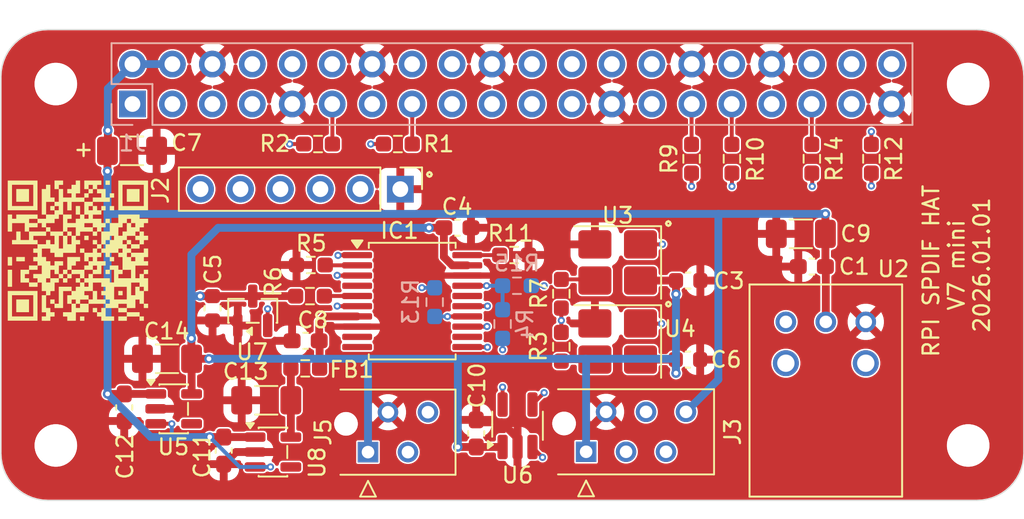
<source format=kicad_pcb>
(kicad_pcb (version 20241229) (generator "pcbnew") (generator_version "9.0")
  (title_block (date "2025-12-20"))
  (layers (0 "F.Cu" signal) (4 "In1.Cu" signal) (6 "In2.Cu" signal) (2 "B.Cu" signal) (13 "F.Paste" user) (15 "B.Paste" user) (5 "F.SilkS" user "F.Silkscreen") (7 "B.SilkS" user "B.Silkscreen") (1 "F.Mask" user) (3 "B.Mask" user) (25 "Edge.Cuts" user))
  (net 0 "")
  (net 1 "GND")
  (net 2 "/GPIO2{slash}SDA1")
  (net 3 "/GPIO3{slash}SCL1")
  (net 4 "/GPIO4{slash}GPCLK0")
  (net 5 "/GPIO14{slash}TXD0")
  (net 6 "/GPIO15{slash}RXD0")
  (net 7 "/GPIO17")
  (net 8 "/GPIO18{slash}PCM.CLK")
  (net 9 "/GPIO27")
  (net 10 "/GPIO22")
  (net 11 "/GPIO23")
  (net 12 "/GPIO26")
  (net 13 "/GPIO24")
  (net 14 "/GPIO10{slash}SPI0.MOSI")
  (net 15 "/GPIO9{slash}SPI0.MISO")
  (net 16 "/GPIO25")
  (net 17 "/GPIO11{slash}SPI0.SCLK")
  (net 18 "/GPIO8{slash}SPI0.CE0")
  (net 19 "/GPIO7{slash}SPI0.CE1")
  (net 20 "/ID_SDA")
  (net 21 "/ID_SCL")
  (net 22 "/GPIO5")
  (net 23 "/GPIO6")
  (net 24 "/GPIO12{slash}PWM0")
  (net 25 "/GPIO13{slash}PWM1")
  (net 26 "/GPIO19{slash}PCM.FS")
  (net 27 "/GPIO16")
  (net 28 "/GPIO20{slash}PCM.DIN")
  (net 29 "/GPIO21{slash}PCM.DOUT")
  (net 30 "+5V")
  (net 31 "+3V3")
  (net 32 "Net-(IC1-XIN)")
  (net 35 "Net-(IC1-GPO0{slash}SWIFMODE)")
  (net 36 "Net-(IC1-CSB{slash}GPO1)")
  (net 37 "Net-(IC1-RESETB)")
  (net 41 "Net-(IC1-RX0)")
  (net 42 "/IRIN")
  (net 43 "Net-(IC1-PVDD)")
  (net 47 "Net-(U4-CLK)")
  (net 48 "Net-(U3-CLK)")
  (net 49 "Net-(U4-INH)")
  (net 50 "Net-(U3-INH)")
  (net 51 "+3.3VP")
  (net 52 "+3.3VA")
  (net 55 "Net-(IC1-DIN)")
  (net 56 "Net-(IC1-BCLK)")
  (net 57 "Net-(IC1-LRCLK)")
  (net 58 "Net-(IC1-TX0)")
  (net 60 "/SPDIF-")
  (net 61 "/SPDIF+")
  (net 63 "Net-(U6-DIN)")
  (net 64 "Net-(U2-VIN)")
  (footprint "Capacitor_SMD:C_1206_3216Metric_Pad1.33x1.80mm_HandSolder" (layer "F.Cu") (at 110.5677 90.983)
    (property "Reference" "C14" (at -0.0267 -1.7526 0) (layer "F.SilkS"))
    (property "Value" "10uF/25V")
    (pad "1" smd roundrect (at -1.5625 0) (size 1.325 1.8) (layers "F.Cu" "F.Mask" "F.Paste") (roundrect_rratio 0.188679) (net 1 "GND"))
    (pad "2" smd roundrect (at 1.5625 0) (size 1.325 1.8) (layers "F.Cu" "F.Mask" "F.Paste") (roundrect_rratio 0.188679) (net 31 "+3V3"))
  )
  (footprint "MountingHole:MountingHole_2.7mm_M2.5" (layer "F.Cu") (at 161.5 73.5)
    (property "Reference" "MH2" (hide yes))
    (property "Value" "MountingHole_2.7mm_M2.5" (hide yes))
    (pad "" np_thru_hole circle (at 0 0) (size 2.7 2.7) (drill 2.7) (layers "*.Cu" "*.Mask"))
  )
  (footprint "Capacitor_SMD:C_1206_3216Metric_Pad1.33x1.80mm_HandSolder" (layer "F.Cu") (at 108.3435 77.7496)
    (property "Reference" "C7" (at 3.4675 -0.508 0) (layer "F.SilkS"))
    (property "Value" "47uF/6.3V")
    (pad "1" smd roundrect (at -1.5625 0) (size 1.325 1.8) (layers "F.Cu" "F.Mask" "F.Paste") (roundrect_rratio 0.188679) (net 30 "+5V"))
    (pad "2" smd roundrect (at 1.5625 0) (size 1.325 1.8) (layers "F.Cu" "F.Mask" "F.Paste") (roundrect_rratio 0.188679) (net 1 "GND"))
  )
  (footprint "Resistor_SMD:R_0603_1608Metric_Pad0.98x0.95mm_HandSolder" (layer "F.Cu") (at 120.1695 77.3178)
    (property "Reference" "R2" (at -2.7451 -0.0254 0) (layer "F.SilkS"))
    (property "Value" "0R")
    (pad "1" smd roundrect (at -0.9125 0) (size 0.975 0.95) (layers "F.Cu" "F.Mask" "F.Paste") (net 42 "/IRIN"))
    (pad "2" smd roundrect (at 0.9125 0) (size 0.975 0.95) (layers "F.Cu" "F.Mask" "F.Paste") (net 7 "/GPIO17"))
  )
  (footprint "Resistor_SMD:R_0603_1608Metric_Pad0.98x0.95mm_HandSolder" (layer "F.Cu") (at 119.6577 86.9952 180)
    (property "Reference" "R6" (at 2.3349 0.9144 90) (layer "F.SilkS"))
    (property "Value" "10k")
    (pad "1" smd roundrect (at -0.9125 0 180) (size 0.975 0.95) (layers "F.Cu" "F.Mask" "F.Paste") (net 36 "Net-(IC1-CSB{slash}GPO1)"))
    (pad "2" smd roundrect (at 0.9125 0 180) (size 0.975 0.95) (layers "F.Cu" "F.Mask" "F.Paste") (net 31 "+3V3"))
  )
  (footprint "Capacitor_SMD:C_0603_1608Metric_Pad1.08x0.95mm_HandSolder" (layer "F.Cu") (at 130.226 95.7339 -90)
    (property "Reference" "C10" (at -3.0441 -0.0508 90) (layer "F.SilkS"))
    (property "Value" "1uF/25V")
    (pad "1" smd roundrect (at -0.8625 0 270) (size 1.075 0.95) (layers "F.Cu" "F.Mask" "F.Paste") (net 1 "GND"))
    (pad "2" smd roundrect (at 0.8625 0 270) (size 1.075 0.95) (layers "F.Cu" "F.Mask" "F.Paste") (net 31 "+3V3"))
  )
  (footprint "Resistor_SMD:R_0603_1608Metric_Pad0.98x0.95mm_HandSolder" (layer "F.Cu") (at 155.3466 78.2557 -90)
    (property "Reference" "R12" (at 0 -1.43 90) (layer "F.SilkS"))
    (property "Value" "33R")
    (pad "1" smd roundrect (at -0.9125 0 270) (size 0.975 0.95) (layers "F.Cu" "F.Mask" "F.Paste") (net 29 "/GPIO21{slash}PCM.DOUT"))
    (pad "2" smd roundrect (at 0.9125 0 270) (size 0.975 0.95) (layers "F.Cu" "F.Mask" "F.Paste") (net 55 "Net-(IC1-DIN)"))
  )
  (footprint "Package_TO_SOT_SMD:SOT-23-5" (layer "F.Cu") (at 117.3029 96.9164)
    (property "Reference" "U8" (at 2.8139 0.6706 90) (layer "F.SilkS"))
    (property "Value" "NCP163ASN330T1G")
    (pad "1" smd roundrect (at -1.1375 -0.95) (size 1.325 0.6) (layers "F.Cu" "F.Mask" "F.Paste") (net 30 "+5V"))
    (pad "2" smd roundrect (at -1.1375 0) (size 1.325 0.6) (layers "F.Cu" "F.Mask" "F.Paste") (net 1 "GND"))
    (pad "3" smd roundrect (at -1.1375 0.95) (size 1.325 0.6) (layers "F.Cu" "F.Mask" "F.Paste") (net 30 "+5V"))
    (pad "4" smd roundrect (at 1.1375 0.95) (size 1.325 0.6) (layers "F.Cu" "F.Mask" "F.Paste"))
    (pad "5" smd roundrect (at 1.1375 -0.95) (size 1.325 0.6) (layers "F.Cu" "F.Mask" "F.Paste") (net 52 "+3.3VA"))
  )
  (footprint "Capacitor_SMD:C_1206_3216Metric_Pad1.33x1.80mm_HandSolder" (layer "F.Cu") (at 150.8631 83.0328 180)
    (property "Reference" "C9" (at -3.4929 0 0) (layer "F.SilkS"))
    (property "Value" "47uF/6.3V")
    (pad "1" smd roundrect (at -1.5625 0 180) (size 1.325 1.8) (layers "F.Cu" "F.Mask" "F.Paste") (roundrect_rratio 0.188679) (net 30 "+5V"))
    (pad "2" smd roundrect (at 1.5625 0 180) (size 1.325 1.8) (layers "F.Cu" "F.Mask" "F.Paste") (roundrect_rratio 0.188679) (net 1 "GND"))
  )
  (footprint "Capacitor_SMD:C_0603_1608Metric_Pad1.08x0.95mm_HandSolder" (layer "F.Cu") (at 107.8486 94.0807 90)
    (property "Reference" "C12" (at -3.1253 0.0508 90) (layer "F.SilkS"))
    (property "Value" "1uF/25V")
    (pad "1" smd roundrect (at -0.8625 0 90) (size 1.075 0.95) (layers "F.Cu" "F.Mask" "F.Paste") (net 1 "GND"))
    (pad "2" smd roundrect (at 0.8625 0 90) (size 1.075 0.95) (layers "F.Cu" "F.Mask" "F.Paste") (net 30 "+5V"))
  )
  (footprint "Resistor_SMD:R_0603_1608Metric_Pad0.98x0.95mm_HandSolder" (layer "F.Cu") (at 132.6371 84.379)
    (property "Reference" "R11" (at -0.2267 -1.3716 0) (layer "F.SilkS"))
    (property "Value" "10k")
    (pad "1" smd roundrect (at -0.9125 0) (size 0.975 0.95) (layers "F.Cu" "F.Mask" "F.Paste") (net 41 "Net-(IC1-RX0)"))
    (pad "2" smd roundrect (at 0.9125 0) (size 0.975 0.95) (layers "F.Cu" "F.Mask" "F.Paste") (net 1 "GND"))
  )
  (footprint "Resistor_SMD:R_0603_1608Metric_Pad0.98x0.95mm_HandSolder" (layer "F.Cu") (at 119.7123 85.014 180)
    (property "Reference" "R5" (at -0.0235 1.3716 0) (layer "F.SilkS"))
    (property "Value" "10k")
    (pad "1" smd roundrect (at -0.9125 0 180) (size 0.975 0.95) (layers "F.Cu" "F.Mask" "F.Paste") (net 35 "Net-(IC1-GPO0{slash}SWIFMODE)"))
    (pad "2" smd roundrect (at 0.9125 0 180) (size 0.975 0.95) (layers "F.Cu" "F.Mask" "F.Paste") (net 1 "GND"))
  )
  (footprint "Resistor_SMD:R_0603_1608Metric_Pad0.98x0.95mm_HandSolder" (layer "F.Cu") (at 143.9166 78.2557 90)
    (property "Reference" "R9" (at 0 -1.43 90) (layer "F.SilkS"))
    (property "Value" "0R")
    (pad "1" smd roundrect (at -0.9125 0 90) (size 0.975 0.95) (layers "F.Cu" "F.Mask" "F.Paste") (net 49 "Net-(U4-INH)"))
    (pad "2" smd roundrect (at 0.9125 0 90) (size 0.975 0.95) (layers "F.Cu" "F.Mask" "F.Paste") (net 22 "/GPIO5"))
  )
  (footprint "Connector_PinHeader_2.54mm:PinHeader_1x06_P2.54mm_Vertical" (layer "F.Cu") (at 125.4 80.188 -90)
    (property "Reference" "J2" (at 0.0762 15.24 90) (layer "F.SilkS"))
    (property "Value" "TTL-232R-3V3")
    (pad "1" thru_hole rect (at 0 0 270) (size 1.7 1.7) (drill 1) (layers "*.Cu" "*.Mask") (net 1 "GND"))
    (pad "2" thru_hole circle (at 0 2.54 270) (size 1.7 1.7) (drill 1) (layers "*.Cu" "*.Mask"))
    (pad "3" thru_hole circle (at 0 5.08 270) (size 1.7 1.7) (drill 1) (layers "*.Cu" "*.Mask"))
    (pad "4" thru_hole circle (at 0 7.62 270) (size 1.7 1.7) (drill 1) (layers "*.Cu" "*.Mask") (net 6 "/GPIO15{slash}RXD0"))
    (pad "5" thru_hole circle (at 0 10.16 270) (size 1.7 1.7) (drill 1) (layers "*.Cu" "*.Mask") (net 5 "/GPIO14{slash}TXD0"))
    (pad "6" thru_hole circle (at 0 12.7 270) (size 1.7 1.7) (drill 1) (layers "*.Cu" "*.Mask"))
  )
  (footprint "Resistor_SMD:R_0603_1608Metric_Pad0.98x0.95mm_HandSolder" (layer "F.Cu") (at 146.482 78.2557 90)
    (property "Reference" "R10" (at -0.0273 1.4986 90) (layer "F.SilkS"))
    (property "Value" "0R")
    (pad "1" smd roundrect (at -0.9125 0 90) (size 0.975 0.95) (layers "F.Cu" "F.Mask" "F.Paste") (net 50 "Net-(U3-INH)"))
    (pad "2" smd roundrect (at 0.9125 0 90) (size 0.975 0.95) (layers "F.Cu" "F.Mask" "F.Paste") (net 23 "/GPIO6"))
  )
  (footprint "MountingHole:MountingHole_2.7mm_M2.5" (layer "F.Cu") (at 103.5 96.5)
    (property "Reference" "MH3" (hide yes))
    (property "Value" "MountingHole_2.7mm_M2.5" (hide yes))
    (pad "" np_thru_hole circle (at 0 0) (size 2.7 2.7) (drill 2.7) (layers "*.Cu" "*.Mask"))
  )
  (footprint "Capacitor_SMD:C_0603_1608Metric_Pad1.08x0.95mm_HandSolder" (layer "F.Cu") (at 114.1732 96.8261 90)
    (property "Reference" "C11" (at -0.3037 -1.3716 90) (layer "F.SilkS"))
    (property "Value" "1uF/25V")
    (pad "1" smd roundrect (at -0.8625 0 90) (size 1.075 0.95) (layers "F.Cu" "F.Mask" "F.Paste") (net 1 "GND"))
    (pad "2" smd roundrect (at 0.8625 0 90) (size 1.075 0.95) (layers "F.Cu" "F.Mask" "F.Paste") (net 30 "+5V"))
  )
  (footprint "Package_TO_SOT_SMD:SOT-23-5" (layer "F.Cu") (at 110.9927 94.1682)
    (property "Reference" "U5" (at -0.0199 2.4282 0) (layer "F.SilkS"))
    (property "Value" "NCP163ASN330T1G")
    (pad "1" smd roundrect (at -1.1375 -0.95) (size 1.325 0.6) (layers "F.Cu" "F.Mask" "F.Paste") (net 30 "+5V"))
    (pad "2" smd roundrect (at -1.1375 0) (size 1.325 0.6) (layers "F.Cu" "F.Mask" "F.Paste") (net 1 "GND"))
    (pad "3" smd roundrect (at -1.1375 0.95) (size 1.325 0.6) (layers "F.Cu" "F.Mask" "F.Paste") (net 30 "+5V"))
    (pad "4" smd roundrect (at 1.1375 0.95) (size 1.325 0.6) (layers "F.Cu" "F.Mask" "F.Paste"))
    (pad "5" smd roundrect (at 1.1375 -0.95) (size 1.325 0.6) (layers "F.Cu" "F.Mask" "F.Paste") (net 31 "+3V3"))
  )
  (footprint "MountingHole:MountingHole_2.7mm_M2.5" (layer "F.Cu") (at 103.5 73.5)
    (property "Reference" "MH1" (hide yes))
    (property "Value" "MountingHole_2.7mm_M2.5" (hide yes))
    (pad "" np_thru_hole circle (at 0 0) (size 2.7 2.7) (drill 2.7) (layers "*.Cu" "*.Mask"))
  )
  (footprint "LOGO" (layer "F.Cu") (at 104.9022 84.0996)
    (property "Reference" "G***" (hide yes))
    (property "Value" "LOGO" (hide yes))
  )
  (footprint "Capacitor_SMD:C_0603_1608Metric" (layer "F.Cu") (at 143.688 91.0338)
    (property "Reference" "C6" (at 2.4254 0 0) (layer "F.SilkS"))
    (property "Value" "1uF/25V")
    (pad "1" smd roundrect (at -0.775 0) (size 0.9 0.95) (layers "F.Cu" "F.Mask" "F.Paste") (net 31 "+3V3"))
    (pad "2" smd roundrect (at 0.775 0) (size 0.9 0.95) (layers "F.Cu" "F.Mask" "F.Paste") (net 1 "GND"))
  )
  (footprint "Capacitor_SMD:C_0603_1608Metric_Pad1.08x0.95mm_HandSolder" (layer "F.Cu") (at 129.0311 82.644045 180)
    (property "Reference" "C4" (at 0.0243 1.338445 180) (layer "F.SilkS"))
    (property "Value" "1uF/25V")
    (pad "1" smd roundrect (at -0.8625 0 180) (size 1.075 0.95) (layers "F.Cu" "F.Mask" "F.Paste") (net 1 "GND"))
    (pad "2" smd roundrect (at 0.8625 0 180) (size 1.075 0.95) (layers "F.Cu" "F.Mask" "F.Paste") (net 31 "+3V3"))
  )
  (footprint "Resistor_SMD:R_0603_1608Metric_Pad0.98x0.95mm_HandSolder" (layer "F.Cu") (at 135.6362 86.8447 90)
    (property "Reference" "R7" (at 0 -1.43 90) (layer "F.SilkS"))
    (property "Value" "33R")
    (pad "1" smd roundrect (at -0.9125 0 90) (size 0.975 0.95) (layers "F.Cu" "F.Mask" "F.Paste") (net 32 "Net-(IC1-XIN)"))
    (pad "2" smd roundrect (at 0.9125 0 90) (size 0.975 0.95) (layers "F.Cu" "F.Mask" "F.Paste") (net 48 "Net-(U3-CLK)"))
  )
  (footprint "Connector_TE-Connectivity:TE_Micro-MaTch_215079-4_2x02_P1.27mm_Vertical" (layer "F.Cu") (at 123.3456 96.9232 90)
    (property "Reference" "J5" (at 1.27 -2.85 90) (layer "F.SilkS"))
    (property "Value" "TE MicroMatch")
    (pad "" np_thru_hole circle (at 1.8 -1.4 90) (size 1.5 1.5) (drill 1.5) (layers "*.Cu" "*.Mask"))
    (pad "1" thru_hole rect (at 0 0 90) (size 1.3 1.3) (drill 0.8) (layers "*.Cu" "*.Mask") (net 31 "+3V3"))
    (pad "2" thru_hole circle (at 2.54 1.27 90) (size 1.3 1.3) (drill 0.8) (layers "*.Cu" "*.Mask") (net 1 "GND"))
    (pad "3" thru_hole circle (at 0 2.54 90) (size 1.3 1.3) (drill 0.8) (layers "*.Cu" "*.Mask") (net 42 "/IRIN"))
    (pad "4" thru_hole circle (at 2.54 3.81 90) (size 1.3 1.3) (drill 0.8) (layers "*.Cu" "*.Mask"))
  )
  (footprint "Package_SO:SSOP-20_5.3x7.2mm_P0.65mm" (layer "F.Cu") (at 126.1568 87.312445)
    (property "Reference" "IC1" (at -0.8076 -4.482845 0) (layer "F.SilkS"))
    (property "Value" "WM8804GEDS_V")
    (pad "1" smd roundrect (at -3.5 -2.925) (size 1.9 0.4) (layers "F.Cu" "F.Mask" "F.Paste") (net 3 "/GPIO3{slash}SCL1"))
    (pad "2" smd roundrect (at -3.5 -2.275) (size 1.9 0.4) (layers "F.Cu" "F.Mask" "F.Paste") (net 35 "Net-(IC1-GPO0{slash}SWIFMODE)"))
    (pad "3" smd roundrect (at -3.5 -1.625) (size 1.9 0.4) (layers "F.Cu" "F.Mask" "F.Paste") (net 2 "/GPIO2{slash}SDA1"))
    (pad "4" smd roundrect (at -3.5 -0.975) (size 1.9 0.4) (layers "F.Cu" "F.Mask" "F.Paste"))
    (pad "5" smd roundrect (at -3.5 -0.325) (size 1.9 0.4) (layers "F.Cu" "F.Mask" "F.Paste") (net 36 "Net-(IC1-CSB{slash}GPO1)"))
    (pad "6" smd roundrect (at -3.5 0.325) (size 1.9 0.4) (layers "F.Cu" "F.Mask" "F.Paste") (net 37 "Net-(IC1-RESETB)"))
    (pad "7" smd roundrect (at -3.5 0.975) (size 1.9 0.4) (layers "F.Cu" "F.Mask" "F.Paste") (net 43 "Net-(IC1-PVDD)"))
    (pad "8" smd roundrect (at -3.5 1.625) (size 1.9 0.4) (layers "F.Cu" "F.Mask" "F.Paste") (net 1 "GND"))
    (pad "9" smd roundrect (at -3.5 2.275) (size 1.9 0.4) (layers "F.Cu" "F.Mask" "F.Paste"))
    (pad "10" smd roundrect (at -3.5 2.925) (size 1.9 0.4) (layers "F.Cu" "F.Mask" "F.Paste"))
    (pad "11" smd roundrect (at 3.5 2.925) (size 1.9 0.4) (layers "F.Cu" "F.Mask" "F.Paste") (net 32 "Net-(IC1-XIN)"))
    (pad "12" smd roundrect (at 3.5 2.275) (size 1.9 0.4) (layers "F.Cu" "F.Mask" "F.Paste"))
    (pad "13" smd roundrect (at 3.5 1.625) (size 1.9 0.4) (layers "F.Cu" "F.Mask" "F.Paste") (net 55 "Net-(IC1-DIN)"))
    (pad "14" smd roundrect (at 3.5 0.975) (size 1.9 0.4) (layers "F.Cu" "F.Mask" "F.Paste") (net 56 "Net-(IC1-BCLK)"))
    (pad "15" smd roundrect (at 3.5 0.325) (size 1.9 0.4) (layers "F.Cu" "F.Mask" "F.Paste") (net 57 "Net-(IC1-LRCLK)"))
    (pad "16" smd roundrect (at 3.5 -0.325) (size 1.9 0.4) (layers "F.Cu" "F.Mask" "F.Paste"))
    (pad "17" smd roundrect (at 3.5 -0.975) (size 1.9 0.4) (layers "F.Cu" "F.Mask" "F.Paste") (net 58 "Net-(IC1-TX0)"))
    (pad "18" smd roundrect (at 3.5 -1.625) (size 1.9 0.4) (layers "F.Cu" "F.Mask" "F.Paste") (net 1 "GND"))
    (pad "19" smd roundrect (at 3.5 -2.275) (size 1.9 0.4) (layers "F.Cu" "F.Mask" "F.Paste") (net 31 "+3V3"))
    (pad "20" smd roundrect (at 3.5 -2.925) (size 1.9 0.4) (layers "F.Cu" "F.Mask" "F.Paste") (net 41 "Net-(IC1-RX0)"))
  )
  (footprint "Capacitor_SMD:C_0603_1608Metric_Pad1.08x0.95mm_HandSolder" (layer "F.Cu") (at 119.3813 89.84)
    (property "Reference" "C8" (at 0.4561 -1.3208 0) (layer "F.SilkS"))
    (property "Value" "1uF/25V")
    (pad "1" smd roundrect (at -0.8625 0) (size 1.075 0.95) (layers "F.Cu" "F.Mask" "F.Paste") (net 1 "GND"))
    (pad "2" smd roundrect (at 0.8625 0) (size 1.075 0.95) (layers "F.Cu" "F.Mask" "F.Paste") (net 43 "Net-(IC1-PVDD)"))
  )
  (footprint "Capacitor_SMD:C_0603_1608Metric" (layer "F.Cu") (at 143.701 86.0046)
    (property "Reference" "C3" (at 2.6032 0.0254 0) (layer "F.SilkS"))
    (property "Value" "1uF/25V")
    (pad "1" smd roundrect (at -0.775 0) (size 0.9 0.95) (layers "F.Cu" "F.Mask" "F.Paste") (net 31 "+3V3"))
    (pad "2" smd roundrect (at 0.775 0) (size 0.9 0.95) (layers "F.Cu" "F.Mask" "F.Paste") (net 1 "GND"))
  )
  (footprint "Resistor_SMD:R_0603_1608Metric_Pad0.98x0.95mm_HandSolder" (layer "F.Cu") (at 151.562 78.2557 -90)
    (property "Reference" "R14" (at 0 -1.43 90) (layer "F.SilkS"))
    (property "Value" "33R")
    (pad "1" smd roundrect (at -0.9125 0 270) (size 0.975 0.95) (layers "F.Cu" "F.Mask" "F.Paste") (net 26 "/GPIO19{slash}PCM.FS"))
    (pad "2" smd roundrect (at 0.9125 0 270) (size 0.975 0.95) (layers "F.Cu" "F.Mask" "F.Paste") (net 57 "Net-(IC1-LRCLK)"))
  )
  (footprint "Package_TO_SOT_SMD:SOT-23" (layer "F.Cu") (at 116.0172 87.9327 90)
    (property "Reference" "U7" (at -2.6185 -0.0406 180) (layer "F.SilkS"))
    (property "Value" "APX809S-31SA-7")
    (pad "1" smd roundrect (at -0.9375 -0.95 90) (size 1.475 0.6) (layers "F.Cu" "F.Mask" "F.Paste") (net 1 "GND"))
    (pad "2" smd roundrect (at -0.9375 0.95 90) (size 1.475 0.6) (layers "F.Cu" "F.Mask" "F.Paste") (net 37 "Net-(IC1-RESETB)"))
    (pad "3" smd roundrect (at 0.9375 0 90) (size 1.475 0.6) (layers "F.Cu" "F.Mask" "F.Paste") (net 31 "+3V3"))
  )
  (footprint "MountingHole:MountingHole_2.7mm_M2.5" (layer "F.Cu") (at 161.5 96.5)
    (property "Reference" "MH4" (hide yes))
    (property "Value" "MountingHole_2.7mm_M2.5" (hide yes))
    (pad "" np_thru_hole circle (at 0 0) (size 2.7 2.7) (drill 2.7) (layers "*.Cu" "*.Mask"))
  )
  (footprint "Capacitor_SMD:C_0603_1608Metric" (layer "F.Cu") (at 113.462 87.7702 -90)
    (property "Reference" "C5" (at -2.4768 -0.0254 90) (layer "F.SilkS"))
    (property "Value" "1uF/25V")
    (pad "1" smd roundrect (at -0.775 0 270) (size 0.9 0.95) (layers "F.Cu" "F.Mask" "F.Paste") (net 31 "+3V3"))
    (pad "2" smd roundrect (at 0.775 0 270) (size 0.9 0.95) (layers "F.Cu" "F.Mask" "F.Paste") (net 1 "GND"))
  )
  (footprint "Resistor_SMD:R_0603_1608Metric_Pad0.98x0.95mm_HandSolder" (layer "F.Cu") (at 135.6362 90.2191 -90)
    (property "Reference" "R3" (at -0.0235 1.4478 90) (layer "F.SilkS"))
    (property "Value" "33R")
    (pad "1" smd roundrect (at -0.9125 0 270) (size 0.975 0.95) (layers "F.Cu" "F.Mask" "F.Paste") (net 32 "Net-(IC1-XIN)"))
    (pad "2" smd roundrect (at 0.9125 0 270) (size 0.975 0.95) (layers "F.Cu" "F.Mask" "F.Paste") (net 47 "Net-(U4-CLK)"))
  )
  (footprint "Crystal:Crystal_SMD_3225-4Pin_3.2x2.5mm_HandSoldering" (layer "F.Cu") (at 139.2198 89.8838 180)
    (property "Reference" "U4" (at -3.9602 0.8058 180) (layer "F.SilkS"))
    (property "Value" "KC3225Z22.5792C15XXK")
    (pad "1" smd roundrect (at -1.45 1.15 180) (size 2.1 1.8) (layers "F.Cu" "F.Mask" "F.Paste") (roundrect_rratio 0.138889) (net 49 "Net-(U4-INH)"))
    (pad "2" smd roundrect (at 1.45 1.15 180) (size 2.1 1.8) (layers "F.Cu" "F.Mask" "F.Paste") (roundrect_rratio 0.138889) (net 1 "GND"))
    (pad "3" smd roundrect (at 1.45 -1.15 180) (size 2.1 1.8) (layers "F.Cu" "F.Mask" "F.Paste") (roundrect_rratio 0.138889) (net 47 "Net-(U4-CLK)"))
    (pad "4" smd roundrect (at -1.45 -1.15 180) (size 2.1 1.8) (layers "F.Cu" "F.Mask" "F.Paste") (roundrect_rratio 0.138889) (net 31 "+3V3"))
  )
  (footprint "Capacitor_SMD:C_0603_1608Metric_Pad1.08x0.95mm_HandSolder" (layer "F.Cu") (at 151.5631 85.1156 180)
    (property "Reference" "C1" (at -2.6913 0 0) (layer "F.SilkS"))
    (property "Value" "1uF/25V")
    (pad "1" smd roundrect (at -0.8625 0 180) (size 1.075 0.95) (layers "F.Cu" "F.Mask" "F.Paste") (net 30 "+5V"))
    (pad "2" smd roundrect (at 0.8625 0 180) (size 1.075 0.95) (layers "F.Cu" "F.Mask" "F.Paste") (net 1 "GND"))
  )
  (footprint "Resistor_SMD:R_0603_1608Metric_Pad0.98x0.95mm_HandSolder" (layer "F.Cu") (at 125.2457 77.3178)
    (property "Reference" "R1" (at 2.5927 0 0) (layer "F.SilkS"))
    (property "Value" "0R")
    (pad "1" smd roundrect (at -0.9125 0) (size 0.975 0.95) (layers "F.Cu" "F.Mask" "F.Paste") (net 42 "/IRIN"))
    (pad "2" smd roundrect (at 0.9125 0) (size 0.975 0.95) (layers "F.Cu" "F.Mask" "F.Paste") (net 10 "/GPIO22"))
  )
  (footprint "Capacitor_SMD:C_1206_3216Metric_Pad1.33x1.80mm_HandSolder" (layer "F.Cu") (at 116.8779 93.6246)
    (property "Reference" "C13" (at -1.3077 -1.8288 0) (layer "F.SilkS"))
    (property "Value" "10uF/25V")
    (pad "1" smd roundrect (at -1.5625 0) (size 1.325 1.8) (layers "F.Cu" "F.Mask" "F.Paste") (roundrect_rratio 0.188679) (net 1 "GND"))
    (pad "2" smd roundrect (at 1.5625 0) (size 1.325 1.8) (layers "F.Cu" "F.Mask" "F.Paste") (roundrect_rratio 0.188679) (net 52 "+3.3VA"))
  )
  (footprint "Package_TO_SOT_SMD:SOT-23-5_HandSoldering" (layer "F.Cu") (at 132.8524 95.2464 90)
    (property "Reference" "U6" (at -3.1432 0 180) (layer "F.SilkS"))
    (property "Value" "FIN1001")
    (pad "1" smd roundrect (at -1.35 -0.95 90) (size 1.56 0.65) (layers "F.Cu" "F.Mask" "F.Paste") (net 31 "+3V3"))
    (pad "2" smd roundrect (at -1.35 0 90) (size 1.56 0.65) (layers "F.Cu" "F.Mask" "F.Paste") (net 1 "GND"))
    (pad "3" smd roundrect (at -1.35 0.95 90) (size 1.56 0.65) (layers "F.Cu" "F.Mask" "F.Paste") (net 60 "/SPDIF-"))
    (pad "4" smd roundrect (at 1.35 0.95 90) (size 1.56 0.65) (layers "F.Cu" "F.Mask" "F.Paste") (net 61 "/SPDIF+"))
    (pad "5" smd roundrect (at 1.35 -0.95 90) (size 1.56 0.65) (layers "F.Cu" "F.Mask" "F.Paste") (net 63 "Net-(U6-DIN)"))
  )
  (footprint "Crystal:Crystal_SMD_3225-4Pin_3.2x2.5mm_HandSoldering" (layer "F.Cu") (at 139.2198 84.8546 180)
    (property "Reference" "U3" (at 0.0022 2.9902 180) (layer "F.SilkS"))
    (property "Value" "KC3225Z24.5760C1KX00")
    (pad "1" smd roundrect (at -1.45 1.15 180) (size 2.1 1.8) (layers "F.Cu" "F.Mask" "F.Paste") (roundrect_rratio 0.138889) (net 50 "Net-(U3-INH)"))
    (pad "2" smd roundrect (at 1.45 1.15 180) (size 2.1 1.8) (layers "F.Cu" "F.Mask" "F.Paste") (roundrect_rratio 0.138889) (net 1 "GND"))
    (pad "3" smd roundrect (at 1.45 -1.15 180) (size 2.1 1.8) (layers "F.Cu" "F.Mask" "F.Paste") (roundrect_rratio 0.138889) (net 48 "Net-(U3-CLK)"))
    (pad "4" smd roundrect (at -1.45 -1.15 180) (size 2.1 1.8) (layers "F.Cu" "F.Mask" "F.Paste") (roundrect_rratio 0.138889) (net 31 "+3V3"))
  )
  (footprint "Connector_TE-Connectivity:TE_Micro-MaTch_215079-6_2x03_P1.27mm_Vertical" (layer "F.Cu") (at 137.211 96.9012 90)
    (property "Reference" "J3" (at 1.27 9.3218 90) (layer "F.SilkS"))
    (property "Value" "TE MicroMatch")
    (pad "" np_thru_hole circle (at 1.8 -1.4 90) (size 1.5 1.5) (drill 1.5) (layers "*.Cu" "*.Mask"))
    (pad "1" thru_hole rect (at 0 0 90) (size 1.3 1.3) (drill 0.8) (layers "*.Cu" "*.Mask") (net 31 "+3V3"))
    (pad "2" thru_hole circle (at 2.54 1.27 90) (size 1.3 1.3) (drill 0.8) (layers "*.Cu" "*.Mask") (net 1 "GND"))
    (pad "3" thru_hole circle (at 0 2.54 90) (size 1.3 1.3) (drill 0.8) (layers "*.Cu" "*.Mask") (net 60 "/SPDIF-"))
    (pad "4" thru_hole circle (at 2.54 3.81 90) (size 1.3 1.3) (drill 0.8) (layers "*.Cu" "*.Mask") (net 61 "/SPDIF+"))
    (pad "5" thru_hole circle (at 0 5.08 90) (size 1.3 1.3) (drill 0.8) (layers "*.Cu" "*.Mask"))
    (pad "6" thru_hole circle (at 2.54 6.35 90) (size 1.3 1.3) (drill 0.8) (layers "*.Cu" "*.Mask") (net 30 "+5V"))
  )
  (footprint "kicad-snk:PLR135-T10_PLT133-T10W" (layer "F.Cu") (at 152.451 91.265 180)
    (property "Reference" "U2" (at -4.2926 5.997 0) (layer "F.SilkS"))
    (property "Value" "PLT237/T10WH")
    (pad "1" thru_hole circle (at 2.54 2.63 180) (size 1.308 1.308) (drill 0.8) (layers "*.Cu" "*.Mask") (net 64 "Net-(U2-VIN)"))
    (pad "2" thru_hole circle (at 0 2.63 180) (size 1.308 1.308) (drill 0.8) (layers "*.Cu" "*.Mask") (net 30 "+5V"))
    (pad "3" thru_hole circle (at -2.54 2.63 180) (size 1.308 1.308) (drill 0.8) (layers "*.Cu" "*.Mask") (net 1 "GND"))
    (pad "NC1" thru_hole circle (at 2.54 0 180) (size 1.65 1.65) (drill 1.1) (layers "*.Cu" "*.Mask"))
    (pad "NC2" thru_hole circle (at -2.54 0 180) (size 1.65 1.65) (drill 1.1) (layers "*.Cu" "*.Mask"))
  )
  (footprint "Resistor_SMD:R_0603_1608Metric_Pad0.98x0.95mm_HandSolder" (layer "F.Cu") (at 119.3567 91.5926 180)
    (property "Reference" "FB1" (at -2.9445 -0.0762 0) (layer "F.SilkS"))
    (property "Value" "1k@100MHz")
    (pad "1" smd roundrect (at -0.9125 0 180) (size 0.975 0.95) (layers "F.Cu" "F.Mask" "F.Paste") (net 43 "Net-(IC1-PVDD)"))
    (pad "2" smd roundrect (at 0.9125 0 180) (size 0.975 0.95) (layers "F.Cu" "F.Mask" "F.Paste") (net 52 "+3.3VA"))
  )
  (footprint "Connector_PinSocket_2.54mm:PinSocket_2x20_P2.54mm_Vertical" (layer "B.Cu") (at 108.37 74.77 -90)
    (property "Reference" "J1" (at 2.5 0 0) (layer "B.SilkS") (effects (justify mirror)))
    (property "Value" "GPIO")
    (pad "1" thru_hole rect (at 0 0 270) (size 1.7 1.7) (drill 1) (layers "*.Cu" "*.Mask") (net 51 "+3.3VP"))
    (pad "2" thru_hole circle (at -2.54 0 270) (size 1.7 1.7) (drill 1) (layers "*.Cu" "*.Mask") (net 30 "+5V"))
    (pad "3" thru_hole circle (at 0 -2.54 270) (size 1.7 1.7) (drill 1) (layers "*.Cu" "*.Mask") (net 2 "/GPIO2{slash}SDA1"))
    (pad "4" thru_hole circle (at -2.54 -2.54 270) (size 1.7 1.7) (drill 1) (layers "*.Cu" "*.Mask") (net 30 "+5V"))
    (pad "5" thru_hole circle (at 0 -5.08 270) (size 1.7 1.7) (drill 1) (layers "*.Cu" "*.Mask") (net 3 "/GPIO3{slash}SCL1"))
    (pad "6" thru_hole circle (at -2.54 -5.08 270) (size 1.7 1.7) (drill 1) (layers "*.Cu" "*.Mask") (net 1 "GND"))
    (pad "7" thru_hole circle (at 0 -7.62 270) (size 1.7 1.7) (drill 1) (layers "*.Cu" "*.Mask") (net 4 "/GPIO4{slash}GPCLK0"))
    (pad "8" thru_hole circle (at -2.54 -7.62 270) (size 1.7 1.7) (drill 1) (layers "*.Cu" "*.Mask") (net 5 "/GPIO14{slash}TXD0"))
    (pad "9" thru_hole circle (at 0 -10.16 270) (size 1.7 1.7) (drill 1) (layers "*.Cu" "*.Mask") (net 1 "GND"))
    (pad "10" thru_hole circle (at -2.54 -10.16 270) (size 1.7 1.7) (drill 1) (layers "*.Cu" "*.Mask") (net 6 "/GPIO15{slash}RXD0"))
    (pad "11" thru_hole circle (at 0 -12.7 270) (size 1.7 1.7) (drill 1) (layers "*.Cu" "*.Mask") (net 7 "/GPIO17"))
    (pad "12" thru_hole circle (at -2.54 -12.7 270) (size 1.7 1.7) (drill 1) (layers "*.Cu" "*.Mask") (net 8 "/GPIO18{slash}PCM.CLK"))
    (pad "13" thru_hole circle (at 0 -15.24 270) (size 1.7 1.7) (drill 1) (layers "*.Cu" "*.Mask") (net 9 "/GPIO27"))
    (pad "14" thru_hole circle (at -2.54 -15.24 270) (size 1.7 1.7) (drill 1) (layers "*.Cu" "*.Mask") (net 1 "GND"))
    (pad "15" thru_hole circle (at 0 -17.78 270) (size 1.7 1.7) (drill 1) (layers "*.Cu" "*.Mask") (net 10 "/GPIO22"))
    (pad "16" thru_hole circle (at -2.54 -17.78 270) (size 1.7 1.7) (drill 1) (layers "*.Cu" "*.Mask") (net 11 "/GPIO23"))
    (pad "17" thru_hole circle (at 0 -20.32 270) (size 1.7 1.7) (drill 1) (layers "*.Cu" "*.Mask") (net 51 "+3.3VP"))
    (pad "18" thru_hole circle (at -2.54 -20.32 270) (size 1.7 1.7) (drill 1) (layers "*.Cu" "*.Mask") (net 13 "/GPIO24"))
    (pad "19" thru_hole circle (at 0 -22.86 270) (size 1.7 1.7) (drill 1) (layers "*.Cu" "*.Mask") (net 14 "/GPIO10{slash}SPI0.MOSI"))
    (pad "20" thru_hole circle (at -2.54 -22.86 270) (size 1.7 1.7) (drill 1) (layers "*.Cu" "*.Mask") (net 1 "GND"))
    (pad "21" thru_hole circle (at 0 -25.4 270) (size 1.7 1.7) (drill 1) (layers "*.Cu" "*.Mask") (net 15 "/GPIO9{slash}SPI0.MISO"))
    (pad "22" thru_hole circle (at -2.54 -25.4 270) (size 1.7 1.7) (drill 1) (layers "*.Cu" "*.Mask") (net 16 "/GPIO25"))
    (pad "23" thru_hole circle (at 0 -27.94 270) (size 1.7 1.7) (drill 1) (layers "*.Cu" "*.Mask") (net 17 "/GPIO11{slash}SPI0.SCLK"))
    (pad "24" thru_hole circle (at -2.54 -27.94 270) (size 1.7 1.7) (drill 1) (layers "*.Cu" "*.Mask") (net 18 "/GPIO8{slash}SPI0.CE0"))
    (pad "25" thru_hole circle (at 0 -30.48 270) (size 1.7 1.7) (drill 1) (layers "*.Cu" "*.Mask") (net 1 "GND"))
    (pad "26" thru_hole circle (at -2.54 -30.48 270) (size 1.7 1.7) (drill 1) (layers "*.Cu" "*.Mask") (net 19 "/GPIO7{slash}SPI0.CE1"))
    (pad "27" thru_hole circle (at 0 -33.02 270) (size 1.7 1.7) (drill 1) (layers "*.Cu" "*.Mask") (net 20 "/ID_SDA"))
    (pad "28" thru_hole circle (at -2.54 -33.02 270) (size 1.7 1.7) (drill 1) (layers "*.Cu" "*.Mask") (net 21 "/ID_SCL"))
    (pad "29" thru_hole circle (at 0 -35.56 270) (size 1.7 1.7) (drill 1) (layers "*.Cu" "*.Mask") (net 22 "/GPIO5"))
    (pad "30" thru_hole circle (at -2.54 -35.56 270) (size 1.7 1.7) (drill 1) (layers "*.Cu" "*.Mask") (net 1 "GND"))
    (pad "31" thru_hole circle (at 0 -38.1 270) (size 1.7 1.7) (drill 1) (layers "*.Cu" "*.Mask") (net 23 "/GPIO6"))
    (pad "32" thru_hole circle (at -2.54 -38.1 270) (size 1.7 1.7) (drill 1) (layers "*.Cu" "*.Mask") (net 24 "/GPIO12{slash}PWM0"))
    (pad "33" thru_hole circle (at 0 -40.64 270) (size 1.7 1.7) (drill 1) (layers "*.Cu" "*.Mask") (net 25 "/GPIO13{slash}PWM1"))
    (pad "34" thru_hole circle (at -2.54 -40.64 270) (size 1.7 1.7) (drill 1) (layers "*.Cu" "*.Mask") (net 1 "GND"))
    (pad "35" thru_hole circle (at 0 -43.18 270) (size 1.7 1.7) (drill 1) (layers "*.Cu" "*.Mask") (net 26 "/GPIO19{slash}PCM.FS"))
    (pad "36" thru_hole circle (at -2.54 -43.18 270) (size 1.7 1.7) (drill 1) (layers "*.Cu" "*.Mask") (net 27 "/GPIO16"))
    (pad "37" thru_hole circle (at 0 -45.72 270) (size 1.7 1.7) (drill 1) (layers "*.Cu" "*.Mask") (net 12 "/GPIO26"))
    (pad "38" thru_hole circle (at -2.54 -45.72 270) (size 1.7 1.7) (drill 1) (layers "*.Cu" "*.Mask") (net 28 "/GPIO20{slash}PCM.DIN"))
    (pad "39" thru_hole circle (at 0 -48.26 270) (size 1.7 1.7) (drill 1) (layers "*.Cu" "*.Mask") (net 1 "GND"))
    (pad "40" thru_hole circle (at -2.54 -48.26 270) (size 1.7 1.7) (drill 1) (layers "*.Cu" "*.Mask") (net 29 "/GPIO21{slash}PCM.DOUT"))
  )
  (footprint "Resistor_SMD:R_0603_1608Metric_Pad0.98x0.95mm_HandSolder" (layer "B.Cu") (at 131.9024 88.7713 90)
    (property "Reference" "R4" (at 0 1.43 90) (layer "B.SilkS") (effects (justify mirror)))
    (property "Value" "0R")
    (pad "1" smd roundrect (at -0.9125 0 90) (size 0.975 0.95) (layers "B.Cu" "B.Mask" "B.Paste") (net 63 "Net-(U6-DIN)"))
    (pad "2" smd roundrect (at 0.9125 0 90) (size 0.975 0.95) (layers "B.Cu" "B.Mask" "B.Paste") (net 58 "Net-(IC1-TX0)"))
  )
  (footprint "Resistor_SMD:R_0603_1608Metric_Pad0.98x0.95mm_HandSolder" (layer "B.Cu") (at 132.8149 86.3348 180)
    (property "Reference" "R15" (at 0 1.43 0) (layer "B.SilkS") (effects (justify mirror)))
    (property "Value" "0R")
    (pad "1" smd roundrect (at -0.9125 0 180) (size 0.975 0.95) (layers "B.Cu" "B.Mask" "B.Paste") (net 64 "Net-(U2-VIN)"))
    (pad "2" smd roundrect (at 0.9125 0 180) (size 0.975 0.95) (layers "B.Cu" "B.Mask" "B.Paste") (net 58 "Net-(IC1-TX0)"))
  )
  (footprint "Resistor_SMD:R_0603_1608Metric_Pad0.98x0.95mm_HandSolder" (layer "B.Cu") (at 127.5844 87.3781 -90)
    (property "Reference" "R13" (at -0.0273 1.524 90) (layer "B.SilkS") (effects (justify mirror)))
    (property "Value" "33R")
    (pad "1" smd roundrect (at -0.9125 0 270) (size 0.975 0.95) (layers "B.Cu" "B.Mask" "B.Paste") (net 8 "/GPIO18{slash}PCM.CLK"))
    (pad "2" smd roundrect (at 0.9125 0 270) (size 0.975 0.95) (layers "B.Cu" "B.Mask" "B.Paste") (net 56 "Net-(IC1-BCLK)"))
  )
  (gr_arc (start 103 100) (mid 100.87868 99.12132) (end 100 97) (stroke (width 0.05)) (layer "Edge.Cuts"))
  (gr_arc (start 100 73.028) (mid 100.87868 70.90668) (end 103 70.028) (stroke (width 0.05)) (layer "Edge.Cuts"))
  (gr_line (start 103 70.028) (end 162.0494 70.028) (stroke (width 0.05)) (layer "Edge.Cuts"))
  (gr_arc (start 162.0494 70.028) (mid 164.17072 70.90668) (end 165.0494 73.028) (stroke (width 0.05)) (layer "Edge.Cuts"))
  (gr_arc (start 165.0494 97) (mid 164.17072 99.12132) (end 162.0494 100) (stroke (width 0.05)) (layer "Edge.Cuts"))
  (gr_line (start 100 97) (end 100 73.028) (stroke (width 0.05)) (layer "Edge.Cuts"))
  (gr_line (start 165.0494 73.028) (end 165.0494 97) (stroke (width 0.05)) (layer "Edge.Cuts"))
  (gr_line (start 162.0494 100) (end 103 100) (stroke (width 0.05)) (layer "Edge.Cuts"))
  (gr_text "°" (at 126.7716 80.2388 0) (layer "F.SilkS") (effects (font (size 1 1)) (justify left bottom)))
  (gr_text "°" (at 141.9608 83.363 0) (layer "F.SilkS") (effects (font (size 1 1)) (justify left bottom)))
  (gr_text "+" (at 104.5466 78.2068 0) (layer "F.SilkS") (effects (font (size 1 1)) (justify left bottom)))
  (gr_text "°" (at 141.9608 88.4938 0) (layer "F.SilkS") (effects (font (size 1 1)) (justify left bottom)))
  (gr_text "RPI SPDIF HAT \nV7 mini\n2026.01.01" (at 160.7568 85.014 90) (layer "F.SilkS") (effects (font (size 1 1))))
  (segment (start 114.9454 96.9164) (end 114.1732 97.6886) (width 0.5) (layer "F.Cu") (net 1))
  (segment (start 114.7422 88.5452) (end 115.0672 88.8702) (width 0.5) (layer "F.Cu") (net 1))
  (segment (start 116.1654 96.9164) (end 114.9454 96.9164) (width 0.5) (layer "F.Cu") (net 1))
  (segment (start 132.8524 98.3896) (end 132.512 98.73) (width 0.5) (layer "F.Cu") (net 1))
  (segment (start 132.8524 96.035698) (end 131.844102 95.0274) (width 0.5) (layer "F.Cu") (net 1))
  (segment (start 132.8524 96.5964) (end 132.8524 98.3896) (width 0.5) (layer "F.Cu") (net 1))
  (segment (start 113.462 88.5452) (end 114.7422 88.5452) (width 0.5) (layer "F.Cu") (net 1))
  (segment (start 131.844102 95.0274) (end 130.382 95.0274) (width 0.5) (layer "F.Cu") (net 1))
  (segment (start 116.1654 96.9164) (end 117.5616 96.9164) (width 0.5) (layer "F.Cu") (net 1))
  (segment (start 130.382 95.0274) (end 130.226 94.8714) (width 0.5) (layer "F.Cu") (net 1))
  (segment (start 132.8524 96.5964) (end 132.8524 96.035698) (width 0.5) (layer "F.Cu") (net 1))
  (segment (start 117.5768 96.9012) (end 117.5616 96.9164) (width 0.5) (layer "F.Cu") (net 1))
  (segment (start 122.6568 85.687445) (end 121.399845 85.687445) (width 0.25) (layer "F.Cu") (net 2))
  (segment (start 121.399845 85.687445) (end 121.3868 85.6744) (width 0.25) (layer "F.Cu") (net 2))
  (via (at 121.3868 85.6744) (size 0.45) (drill 0.225) (layers "F.Cu" "B.Cu") (net 2))
  (segment (start 122.6568 84.387445) (end 121.454555 84.387445) (width 0.25) (layer "F.Cu") (net 3))
  (segment (start 121.454555 84.387445) (end 121.4376 84.4044) (width 0.25) (layer "F.Cu") (net 3))
  (via (at 121.4376 84.4044) (size 0.45) (drill 0.225) (layers "F.Cu" "B.Cu") (net 3))
  (segment (start 121.082 74.782) (end 121.07 74.77) (width 0.25) (layer "F.Cu") (net 7))
  (segment (start 121.082 77.3178) (end 121.082 74.782) (width 0.25) (layer "F.Cu") (net 7))
  (via (at 126.7716 86.4618) (size 0.45) (drill 0.225) (layers "F.Cu" "B.Cu") (net 8))
  (segment (start 127.5844 86.4656) (end 126.7754 86.4656) (width 0.25) (layer "B.Cu") (net 8))
  (segment (start 126.7754 86.4656) (end 126.7716 86.4618) (width 0.25) (layer "B.Cu") (net 8))
  (segment (start 126.1582 77.3178) (end 126.1582 74.7782) (width 0.25) (layer "F.Cu") (net 10))
  (segment (start 126.1582 74.7782) (end 126.15 74.77) (width 0.25) (layer "F.Cu") (net 10))
  (segment (start 143.9166 77.3432) (end 143.9166 74.7834) (width 0.25) (layer "F.Cu") (net 22))
  (segment (start 143.9166 74.7834) (end 143.93 74.77) (width 0.25) (layer "F.Cu") (net 22))
  (segment (start 146.47 77.2296) (end 146.47 74.77) (width 0.25) (layer "F.Cu") (net 23))
  (segment (start 146.482 77.3432) (end 146.482 77.2416) (width 0.25) (layer "F.Cu") (net 23))
  (segment (start 146.482 77.2416) (end 146.47 77.2296) (width 0.25) (layer "F.Cu") (net 23))
  (segment (start 151.562 77.3432) (end 151.562 74.782) (width 0.25) (layer "F.Cu") (net 26))
  (segment (start 151.562 74.782) (end 151.55 74.77) (width 0.25) (layer "F.Cu") (net 26))
  (segment (start 155.3466 77.3432) (end 155.3466 76.5304) (width 0.25) (layer "F.Cu") (net 29))
  (via (at 155.3466 76.5304) (size 0.45) (drill 0.225) (layers "F.Cu" "B.Cu") (net 29))
  (segment (start 106.781 77.7496) (end 106.781 79.0442) (width 0.5) (layer "F.Cu") (net 30))
  (segment (start 152.451 88.635) (end 152.451 85.141) (width 0.5) (layer "F.Cu") (net 30))
  (segment (start 109.8552 93.2182) (end 107.8486 93.2182) (width 0.5) (layer "F.Cu") (net 30))
  (segment (start 110.8662 95.1182) (end 110.8712 95.1232) (width 0.25) (layer "F.Cu") (net 30))
  (segment (start 109.8552 95.1182) (end 110.8662 95.1182) (width 0.25) (layer "F.Cu") (net 30))
  (segment (start 114.1732 95.9636) (end 113.2864 95.9636) (width 0.5) (layer "F.Cu") (net 30))
  (segment (start 152.451 85.141) (end 152.4256 85.1156) (width 0.5) (layer "F.Cu") (net 30))
  (segment (start 106.781 79.0442) (end 106.7818 79.045) (width 0.5) (layer "F.Cu") (net 30))
  (segment (start 114.4272 95.9664) (end 116.1654 95.9664) (width 0.5) (layer "F.Cu") (net 30))
  (segment (start 106.8072 76.4542) (end 106.8072 77.7234) (width 0.5) (layer "F.Cu") (net 30))
  (segment (start 113.2864 95.9636) (end 113.2842 95.9614) (width 0.5) (layer "F.Cu") (net 30))
  (segment (start 152.4256 83.0328) (end 152.4256 81.7628) (width 0.5) (layer "F.Cu") (net 30))
  (segment (start 152.4256 85.1156) (end 152.4256 83.0328) (width 0.5) (layer "F.Cu") (net 30))
  (segment (start 106.8072 77.7234) (end 106.781 77.7496) (width 0.5) (layer "F.Cu") (net 30))
  (segment (start 107.8486 93.2182) (end 106.789 93.2182) (width 0.5) (layer "F.Cu") (net 30))
  (segment (start 116.1654 97.8664) (end 117.145 97.8664) (width 0.25) (layer "F.Cu") (net 30))
  (via (at 113.2842 95.9614) (size 0.6) (drill 0.3) (layers "F.Cu" "B.Cu") (net 30))
  (via (at 152.4256 81.7628) (size 0.6) (drill 0.3) (layers "F.Cu" "B.Cu") (net 30))
  (via (at 106.7818 79.045) (size 0.6) (drill 0.3) (layers "F.Cu" "B.Cu") (net 30))
  (via (at 106.8072 76.4542) (size 0.6) (drill 0.3) (layers "F.Cu" "B.Cu") (net 30))
  (via (at 106.789 93.2182) (size 0.6) (drill 0.3) (layers "F.Cu" "B.Cu") (net 30))
  (via (at 110.8712 95.1232) (size 0.45) (drill 0.225) (layers "F.Cu" "B.Cu") (net 30))
  (via (at 117.145 97.8664) (size 0.45) (drill 0.225) (layers "F.Cu" "B.Cu") (net 30))
  (segment (start 117.145 97.8664) (end 115.1892 97.8664) (width 0.25) (layer "B.Cu") (net 30))
  (segment (start 115.1892 97.8664) (end 113.2842 95.9614) (width 0.25) (layer "B.Cu") (net 30))
  (segment (start 143.561 94.3612) (end 145.6184 92.3038) (width 0.5) (layer "B.Cu") (net 30))
  (segment (start 108.37 72.23) (end 110.91 72.23) (width 0.5) (layer "B.Cu") (net 30))
  (segment (start 108.37 72.23) (end 106.8072 73.7928) (width 0.5) (layer "B.Cu") (net 30))
  (segment (start 110.8712 95.9614) (end 109.5322 95.9614) (width 0.5) (layer "B.Cu") (net 30))
  (segment (start 152.4256 81.7628) (end 145.6184 81.7628) (width 0.5) (layer "B.Cu") (net 30))
  (segment (start 106.789 81.9224) (end 106.789 93.2182) (width 0.5) (layer "B.Cu") (net 30))
  (segment (start 109.5322 95.9614) (end 106.789 93.2182) (width 0.5) (layer "B.Cu") (net 30))
  (segment (start 106.7818 81.6612) (end 106.7818 81.9152) (width 0.5) (layer "B.Cu") (net 30))
  (segment (start 106.789 81.9224) (end 106.7818 81.9152) (width 0.5) (layer "B.Cu") (net 30))
  (segment (start 113.2842 95.9614) (end 110.8712 95.9614) (width 0.5) (layer "B.Cu") (net 30))
  (segment (start 110.8712 95.1232) (end 110.8712 95.9614) (width 0.25) (layer "B.Cu") (net 30))
  (segment (start 106.7818 79.045) (end 106.7818 81.6612) (width 0.5) (layer "B.Cu") (net 30))
  (segment (start 145.6184 92.3038) (end 145.6184 81.7628) (width 0.5) (layer "B.Cu") (net 30))
  (segment (start 106.8072 73.7928) (end 106.8072 76.4542) (width 0.5) (layer "B.Cu") (net 30))
  (segment (start 106.8834 81.7628) (end 106.7818 81.6612) (width 0.5) (layer "B.Cu") (net 30))
  (segment (start 145.6184 81.7628) (end 106.8834 81.7628) (width 0.5) (layer "B.Cu") (net 30))
  (segment (start 142.913 91.8844) (end 142.926 91.8974) (width 0.5) (layer "F.Cu") (net 31))
  (segment (start 118.7452 86.9952) (end 116.0172 86.9952) (width 0.5) (layer "F.Cu") (net 31))
  (segment (start 142.913 91.0338) (end 142.913 91.8844) (width 0.5) (layer "F.Cu") (net 31))
  (segment (start 131.9024 96.5964) (end 130.226 96.5964) (width 0.5) (layer "F.Cu") (net 31))
  (segment (start 129.6568 85.037445) (end 128.706801 85.037445) (width 0.5) (layer "F.Cu") (net 31))
  (segment (start 128.1686 84.499244) (end 128.1686 82.644045) (width 0.5) (layer "F.Cu") (net 31))
  (segment (start 128.1686 82.644045) (end 127.236555 82.644045) (width 0.5) (layer "F.Cu") (net 31))
  (segment (start 142.926 86.8682) (end 142.926 86.0046) (width 0.5) (layer "F.Cu") (net 31))
  (segment (start 128.706801 85.037445) (end 128.1686 84.499244) (width 0.5) (layer "F.Cu") (net 31))
  (segment (start 112.1158 89.6876) (end 112.1158 90.9686) (width 0.5) (layer "F.Cu") (net 31))
  (segment (start 127.236555 82.644045) (end 127.2288 82.6518) (width 0.5) (layer "F.Cu") (net 31))
  (segment (start 130.226 96.5964) (end 129.0576 96.5964) (width 0.5) (layer "F.Cu") (net 31))
  (segment (start 113.462 86.9952) (end 112.6746 86.9952) (width 0.5) (layer "F.Cu") (net 31))
  (segment (start 112.1302 93.2182) (end 112.1302 90.983) (width 0.5) (layer "F.Cu") (net 31))
  (segment (start 142.926 86.0046) (end 140.6698 86.0046) (width 0.5) (layer "F.Cu") (net 31))
  (segment (start 140.6698 91.0338) (end 142.913 91.0338) (width 0.5) (layer "F.Cu") (net 31))
  (segment (start 112.1158 90.9686) (end 112.1302 90.983) (width 0.5) (layer "F.Cu") (net 31))
  (segment (start 116.0172 86.9952) (end 113.462 86.9952) (width 0.5) (layer "F.Cu") (net 31))
  (segment (start 112.1302 90.983) (end 113.2334 90.983) (width 0.5) (layer "F.Cu") (net 31))
  (via (at 129.0576 96.5964) (size 0.6) (drill 0.3) (layers "F.Cu" "B.Cu") (net 31))
  (via (at 127.2288 82.6518) (size 0.6) (drill 0.3) (layers "F.Cu" "B.Cu") (net 31))
  (via (at 113.2334 90.983) (size 0.6) (drill 0.3) (layers "F.Cu" "B.Cu") (net 31))
  (via (at 142.926 86.8682) (size 0.6) (drill 0.3) (layers "F.Cu" "B.Cu") (net 31))
  (via (at 112.6746 86.9952) (size 0.6) (drill 0.3) (layers "F.Cu" "B.Cu") (net 31))
  (via (at 142.926 91.8974) (size 0.6) (drill 0.3) (layers "F.Cu" "B.Cu") (net 31))
  (via (at 112.1158 89.6876) (size 0.6) (drill 0.3) (layers "F.Cu" "B.Cu") (net 31))
  (segment (start 112.1158 84.3536) (end 113.8176 82.6518) (width 0.5) (layer "B.Cu") (net 31))
  (segment (start 129.0576 96.5964) (end 129.0576 90.983) (width 0.5) (layer "B.Cu") (net 31))
  (segment (start 137.211 91.0084) (end 137.1856 90.983) (width 0.5) (layer "B.Cu") (net 31))
  (segment (start 123.3456 96.9232) (end 123.3456 91.0114) (width 0.5) (layer "B.Cu") (net 31))
  (segment (start 113.2334 90.983) (end 123.3172 90.983) (width 0.5) (layer "B.Cu") (net 31))
  (segment (start 113.8176 82.6518) (end 127.2288 82.6518) (width 0.5) (layer "B.Cu") (net 31))
  (segment (start 112.6746 86.9952) (end 112.1158 86.9952) (width 0.5) (layer "B.Cu") (net 31))
  (segment (start 137.211 96.9012) (end 137.211 91.0084) (width 0.5) (layer "B.Cu") (net 31))
  (segment (start 137.1856 90.983) (end 142.9006 90.983) (width 0.5) (layer "B.Cu") (net 31))
  (segment (start 112.1158 89.6876) (end 112.1158 86.9952) (width 0.5) (layer "B.Cu") (net 31))
  (segment (start 112.1158 86.9952) (end 112.1158 84.3536) (width 0.5) (layer "B.Cu") (net 31))
  (segment (start 142.926 91.8974) (end 142.926 91.0084) (width 0.5) (layer "B.Cu") (net 31))
  (segment (start 142.9006 90.983) (end 142.926 91.0084) (width 0.5) (layer "B.Cu") (net 31))
  (segment (start 142.926 91.0084) (end 142.926 86.8682) (width 0.5) (layer "B.Cu") (net 31))
  (segment (start 129.0576 90.983) (end 137.1856 90.983) (width 0.5) (layer "B.Cu") (net 31))
  (segment (start 123.3172 90.983) (end 129.0576 90.983) (width 0.5) (layer "B.Cu") (net 31))
  (segment (start 123.3456 91.0114) (end 123.3172 90.983) (width 0.5) (layer "B.Cu") (net 31))
  (segment (start 130.928245 90.237445) (end 130.9372 90.2464) (width 0.25) (layer "F.Cu") (net 32))
  (segment (start 135.6362 88.5446) (end 135.6362 87.7572) (width 0.25) (layer "F.Cu") (net 32))
  (segment (start 135.6362 89.3066) (end 135.6362 88.5446) (width 0.25) (layer "F.Cu") (net 32))
  (segment (start 129.6568 90.237445) (end 130.928245 90.237445) (width 0.25) (layer "F.Cu") (net 32))
  (via (at 135.6362 88.5446) (size 0.45) (drill 0.225) (layers "F.Cu" "B.Cu") (net 32))
  (via (at 130.9372 90.2464) (size 0.45) (drill 0.225) (layers "F.Cu" "B.Cu") (net 32))
  (segment (start 120.648245 85.037445) (end 120.6248 85.014) (width 0.25) (layer "F.Cu") (net 35))
  (segment (start 122.6568 85.037445) (end 120.648245 85.037445) (width 0.25) (layer "F.Cu") (net 35))
  (segment (start 120.577955 86.987445) (end 120.5702 86.9952) (width 0.25) (layer "F.Cu") (net 36))
  (segment (start 122.6568 86.987445) (end 120.577955 86.987445) (width 0.25) (layer "F.Cu") (net 36))
  (segment (start 121.394045 87.637445) (end 121.3868 87.6302) (width 0.25) (layer "F.Cu") (net 37))
  (segment (start 116.9672 87.808) (end 116.9672 88.8702) (width 0.25) (layer "F.Cu") (net 37))
  (segment (start 122.6568 87.637445) (end 121.394045 87.637445) (width 0.25) (layer "F.Cu") (net 37))
  (via (at 121.3868 87.6302) (size 0.45) (drill 0.225) (layers "F.Cu" "B.Cu") (net 37))
  (via (at 116.9672 87.808) (size 0.45) (drill 0.225) (layers "F.Cu" "B.Cu") (net 37))
  (segment (start 131.716155 84.387445) (end 131.7246 84.379) (width 0.25) (layer "F.Cu") (net 41))
  (segment (start 129.6568 84.387445) (end 131.716155 84.387445) (width 0.25) (layer "F.Cu") (net 41))
  (segment (start 119.257 77.3178) (end 118.3642 77.3178) (width 0.25) (layer "F.Cu") (net 42))
  (segment (start 124.3332 77.3178) (end 123.5204 77.3178) (width 0.25) (layer "F.Cu") (net 42))
  (via (at 118.3642 77.3178) (size 0.45) (drill 0.225) (layers "F.Cu" "B.Cu") (net 42))
  (via (at 123.5204 77.3178) (size 0.45) (drill 0.225) (layers "F.Cu" "B.Cu") (net 42))
  (segment (start 120.577155 88.287445) (end 122.6568 88.287445) (width 0.5) (layer "F.Cu") (net 43))
  (segment (start 120.2692 91.5926) (end 120.2692 89.8654) (width 0.5) (layer "F.Cu") (net 43))
  (segment (start 120.2692 89.8654) (end 120.2438 89.84) (width 0.5) (layer "F.Cu") (net 43))
  (segment (start 120.2438 88.6208) (end 120.577155 88.287445) (width 0.5) (layer "F.Cu") (net 43))
  (segment (start 120.2438 89.84) (end 120.2438 88.6208) (width 0.5) (layer "F.Cu") (net 43))
  (segment (start 137.672 91.1316) (end 137.7698 91.0338) (width 0.25) (layer "F.Cu") (net 47))
  (segment (start 135.6362 91.1316) (end 137.672 91.1316) (width 0.25) (layer "F.Cu") (net 47))
  (segment (start 135.6362 85.9322) (end 137.6974 85.9322) (width 0.25) (layer "F.Cu") (net 48))
  (segment (start 137.6974 85.9322) (end 137.7698 86.0046) (width 0.25) (layer "F.Cu") (net 48))
  (segment (start 142.0116 88.7478) (end 140.6838 88.7478) (width 0.25) (layer "F.Cu") (net 49))
  (segment (start 143.9166 80.0102) (end 143.9166 79.1682) (width 0.25) (layer "F.Cu") (net 49))
  (segment (start 140.6838 88.7478) (end 140.6698 88.7338) (width 0.25) (layer "F.Cu") (net 49))
  (via (at 142.0116 88.7478) (size 0.45) (drill 0.225) (layers "F.Cu" "B.Cu") (net 49))
  (via (at 143.9166 80.0102) (size 0.45) (drill 0.225) (layers "F.Cu" "B.Cu") (net 49))
  (segment (start 146.482 80.0102) (end 146.482 79.1682) (width 0.25) (layer "F.Cu") (net 50))
  (segment (start 140.6698 83.7046) (end 142.051 83.7046) (width 0.25) (layer "F.Cu") (net 50))
  (segment (start 142.051 83.7046) (end 142.0624 83.6932) (width 0.25) (layer "F.Cu") (net 50))
  (via (at 142.0624 83.6932) (size 0.45) (drill 0.225) (layers "F.Cu" "B.Cu") (net 50))
  (via (at 146.482 80.0102) (size 0.45) (drill 0.225) (layers "F.Cu" "B.Cu") (net 50))
  (segment (start 118.4404 95.9664) (end 118.4404 93.904) (width 0.5) (layer "F.Cu") (net 52))
  (segment (start 118.4404 93.6246) (end 118.4404 91.5964) (width 0.5) (layer "F.Cu") (net 52))
  (segment (start 118.4404 91.5964) (end 118.4442 91.5926) (width 0.5) (layer "F.Cu") (net 52))
  (segment (start 130.899955 88.937445) (end 130.9118 88.9256) (width 0.25) (layer "F.Cu") (net 55))
  (segment (start 155.3466 79.9848) (end 155.3466 79.1682) (width 0.25) (layer "F.Cu") (net 55))
  (segment (start 129.6568 88.937445) (end 130.899955 88.937445) (width 0.25) (layer "F.Cu") (net 55))
  (via (at 155.3466 79.9848) (size 0.45) (drill 0.225) (layers "F.Cu" "B.Cu") (net 55))
  (via (at 130.9118 88.9256) (size 0.45) (drill 0.225) (layers "F.Cu" "B.Cu") (net 55))
  (segment (start 128.400355 88.287445) (end 128.3972 88.2906) (width 0.25) (layer "F.Cu") (net 56))
  (segment (start 129.6568 88.287445) (end 128.400355 88.287445) (width 0.25) (layer "F.Cu") (net 56))
  (via (at 128.3972 88.2906) (size 0.45) (drill 0.225) (layers "F.Cu" "B.Cu") (net 56))
  (segment (start 128.3972 88.2906) (end 127.5844 88.2906) (width 0.25) (layer "B.Cu") (net 56))
  (segment (start 151.5874 80.0102) (end 151.5874 79.1936) (width 0.25) (layer "F.Cu") (net 57))
  (segment (start 151.5874 79.1936) (end 151.562 79.1682) (width 0.25) (layer "F.Cu") (net 57))
  (segment (start 129.6568 87.637445) (end 130.929955 87.637445) (width 0.25) (layer "F.Cu") (net 57))
  (segment (start 130.929955 87.637445) (end 130.9372 87.6302) (width 0.25) (layer "F.Cu") (net 57))
  (via (at 151.5874 80.0102) (size 0.45) (drill 0.225) (layers "F.Cu" "B.Cu") (net 57))
  (via (at 130.9372 87.6302) (size 0.45) (drill 0.225) (layers "F.Cu" "B.Cu") (net 57))
  (segment (start 129.6568 86.337445) (end 130.883755 86.337445) (width 0.25) (layer "F.Cu") (net 58))
  (segment (start 130.883755 86.337445) (end 130.8864 86.3348) (width 0.25) (layer "F.Cu") (net 58))
  (via (at 130.8864 86.3348) (size 0.45) (drill 0.225) (layers "F.Cu" "B.Cu") (net 58))
  (segment (start 131.9024 87.8588) (end 131.9024 86.3348) (width 0.25) (layer "B.Cu") (net 58))
  (segment (start 131.9024 86.3348) (end 130.8864 86.3348) (width 0.25) (layer "B.Cu") (net 58))
  (segment (start 133.8024 96.5964) (end 133.8024 96.6168) (width 0.25) (layer "F.Cu") (net 60))
  (segment (start 133.8024 96.6168) (end 134.4424 97.2568) (width 0.25) (layer "F.Cu") (net 60))
  (via (at 134.4424 97.2568) (size 0.45) (drill 0.225) (layers "F.Cu" "B.Cu") (net 60))
  (segment (start 133.8024 93.8836) (end 134.544 93.142) (width 0.25) (layer "F.Cu") (net 61))
  (segment (start 133.8024 93.8964) (end 133.8024 93.8836) (width 0.25) (layer "F.Cu") (net 61))
  (via (at 134.544 93.142) (size 0.45) (drill 0.225) (layers "F.Cu" "B.Cu") (net 61))
  (segment (start 131.9024 92.7864) (end 131.9024 93.8964) (width 0.25) (layer "F.Cu") (net 63))
  (via (at 131.9024 92.7864) (size 0.45) (drill 0.225) (layers "F.Cu" "B.Cu") (net 63))
  (via (at 131.9024 90.408) (size 0.45) (drill 0.225) (layers "F.Cu" "B.Cu") (net 63))
  (segment (start 131.9024 89.6838) (end 131.9024 90.408) (width 0.25) (layer "B.Cu") (net 63))
  (via (at 134.544 86.3348) (size 0.45) (drill 0.225) (layers "F.Cu" "B.Cu") (net 64))
  (segment (start 133.7274 86.3348) (end 134.544 86.3348) (width 0.25) (layer "B.Cu") (net 64))
  (zone (net 1) (net_name "GND") (layer "F.Cu") (connect_pads (clearance 0)) (min_thickness 0.25) (fill yes (thermal_gap 0.5) (thermal_bridge_width 0.5))
    (polygon (pts (xy 100 70.028) (xy 100 100) (xy 165.024 100) (xy 165.024 70.028)))
  )
)
</source>
